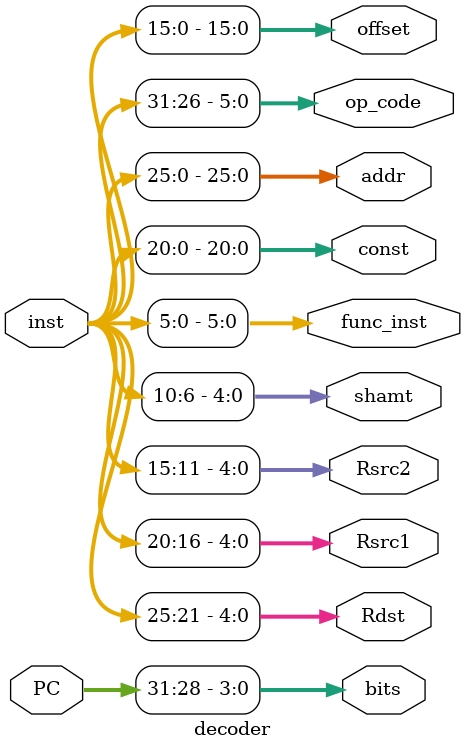
<source format=v>
`timescale 1ns / 1ps


module decoder(    
    input wire [31:0] inst,  
    input wire [31:0] PC,
    output wire [4:0] Rdst,
    output wire [4:0] Rsrc1,
    output wire [4:0] Rsrc2,
    output wire [4:0] shamt,
   output wire [5:0] func_inst,
    output wire [20:0] const,
    output wire [25:0] addr,
    output wire [3:0] bits,
    output wire [5:0] op_code,
    output wire [15:0] offset
    );    

  
    assign op_code = inst[31:26];
    assign Rdst = inst[25:21];
    assign Rsrc1 = inst[20:16];
    assign Rsrc2 = inst[15:11];
    assign shamt = inst[10:6];
    assign func_inst = inst[5:0];
    assign const = inst[20:0];
    assign addr = inst[25:0];
   assign bits = PC[31:28];
   assign offset = inst[15:0];
    
endmodule


</source>
